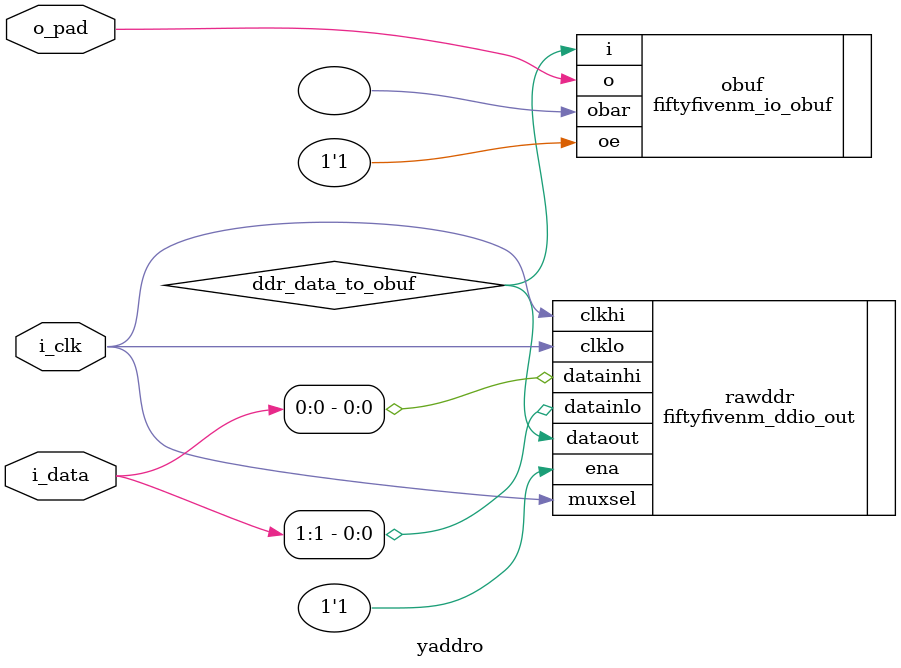
<source format=v>
`default_nettype none
module	yaddro(i_clk, i_data, o_pad);
	input	wire		i_clk;
	input	wire	[1:0]	i_data;
	inout	wire		o_pad;

	wire	ddr_data_to_obuf;

	(* blackbox *)
	fiftyfivenm_ddio_out #(
		.async_mode("none"),
		.sync_mode("none"),
		.power_up("high"),
		.use_new_clocking_model("true"),
		.bypass_three_quarter_register("true")
	) rawddr (
		.datainhi(i_data[0]),
		.datainlo(i_data[1]),
		.dataout(ddr_data_to_obuf),
		.clkhi(i_clk),
		.clklo(i_clk),
		.muxsel(i_clk),
		.ena(1'b1),	// Output clock enable
	);

	(* blackbox *)
	fiftyfivenm_io_obuf #(
		.bus_hold("false"),
		.open_drain_output("false")
	) obuf (
		.i(ddr_data_to_obuf),
		.oe(1'b1),
		.o(o_pad),
		.obar()
	);

endmodule

</source>
